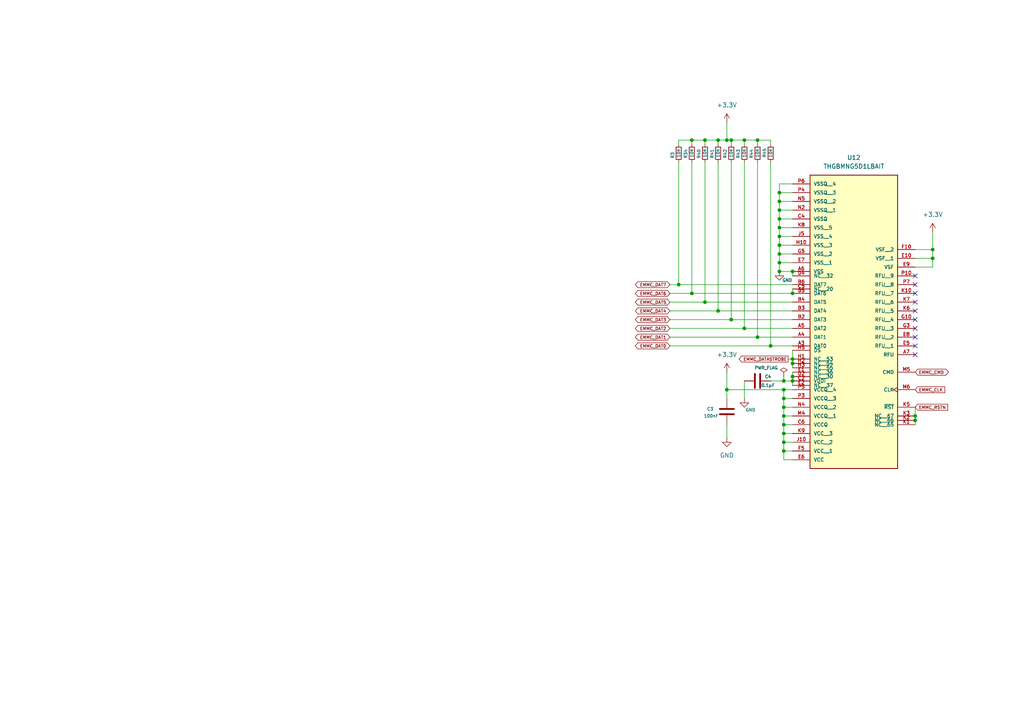
<source format=kicad_sch>
(kicad_sch (version 20250114) (generator "eeschema") (generator_version "9.0")
  (paper "A4")
  (lib_symbols
    (symbol "Device:C" (pin_numbers (hide yes)) (pin_names (offset 0.254))
      (property "Reference" "C" (at 0.635 2.54 0))
      (property "Value" "C" (at 0.635 -2.54 0))
      (symbol "C_0_1"
        (polyline (pts (xy -2.032 0.762) (xy 2.032 0.762)) (stroke (width 0.508)))
        (polyline (pts (xy -2.032 -0.762) (xy 2.032 -0.762)) (stroke (width 0.508)))
      )
      (symbol "C_1_1"
        (pin passive line (at 0 3.81 270) (length 2.794) (name "~") (number "1"))
        (pin passive line (at 0 -3.81 90) (length 2.794) (name "~") (number "2"))
      )
    )
    (symbol "Device:R_Small" (pin_numbers (hide yes)) (pin_names (offset 0.254) (hide yes))
      (property "Reference" "R" (at 0.762 0.508 0))
      (property "Value" "R_Small" (at 0.762 -1.016 0))
      (symbol "R_Small_0_1"
        (rectangle (start -0.762 1.778) (end 0.762 -1.778) (stroke (width 0.2032)))
      )
      (symbol "R_Small_1_1"
        (pin passive line (at 0 2.54 270) (length 0.762) (name "~") (number "1"))
        (pin passive line (at 0 -2.54 90) (length 0.762) (name "~") (number "2"))
      )
    )
    (symbol "EMMC:THGBMNG5D1LBAIT" (pin_names (offset 1.016))
      (property "Reference" "U12" (at 0 -35.56 0))
      (property "Value" "THGBMNG5D1LBAIT" (at 0 -33.02 0))
      (symbol "THGBMNG5D1LBAIT_0_0"
        (rectangle (start -12.7 54.61) (end 12.7 -30.48) (stroke (width 0.254)) (fill (type background)))
        (pin input line (at -17.78 36.83 0) (length 5.08) (name "~{RST}") (number "K5"))
        (pin input clock (at -17.78 31.75 0) (length 5.08) (name "CLK") (number "M6"))
        (pin bidirectional line (at -17.78 26.67 0) (length 5.08) (name "CMD") (number "M5"))
        (pin passive line (at -17.78 21.59 0) (length 5.08) (name "RFU") (number "A7"))
        (pin passive line (at -17.78 19.05 0) (length 5.08) (name "RFU__1") (number "E5"))
        (pin passive line (at -17.78 16.51 0) (length 5.08) (name "RFU__2") (number "E8"))
        (pin passive line (at -17.78 13.97 0) (length 5.08) (name "RFU__3") (number "G3"))
        (pin passive line (at -17.78 11.43 0) (length 5.08) (name "RFU__4") (number "G10"))
        (pin passive line (at -17.78 8.89 0) (length 5.08) (name "RFU__5") (number "K6"))
        (pin passive line (at -17.78 6.35 0) (length 5.08) (name "RFU__6") (number "K7"))
        (pin passive line (at -17.78 3.81 0) (length 5.08) (name "RFU__7") (number "K10"))
        (pin passive line (at -17.78 1.27 0) (length 5.08) (name "RFU__8") (number "P7"))
        (pin passive line (at -17.78 -1.27 0) (length 5.08) (name "RFU__9") (number "P10"))
        (pin passive line (at -17.78 -3.81 0) (length 5.08) (name "VSF") (number "E9"))
        (pin passive line (at -17.78 -6.35 0) (length 5.08) (name "VSF__1") (number "E10"))
        (pin passive line (at -17.78 -8.89 0) (length 5.08) (name "VSF__2") (number "F10"))
        (pin power_in line (at 17.78 52.07 180) (length 5.08) (name "VCC") (number "E6"))
        (pin power_in line (at 17.78 49.53 180) (length 5.08) (name "VCC__1") (number "F5"))
        (pin power_in line (at 17.78 46.99 180) (length 5.08) (name "VCC__2") (number "J10"))
        (pin power_in line (at 17.78 44.45 180) (length 5.08) (name "VCC__3") (number "K9"))
        (pin power_in line (at 17.78 41.91 180) (length 5.08) (name "VCCQ") (number "C6"))
        (pin power_in line (at 17.78 39.37 180) (length 5.08) (name "VCCQ__1") (number "M4"))
        (pin power_in line (at 17.78 36.83 180) (length 5.08) (name "VCCQ__2") (number "N4"))
        (pin power_in line (at 17.78 34.29 180) (length 5.08) (name "VCCQ__3") (number "P3"))
        (pin power_in line (at 17.78 31.75 180) (length 5.08) (name "VCCQ__4") (number "P5"))
        (pin unspecified line (at 17.78 30.48 180) (length 5.08) (name "NC__37") (number "E2"))
        (pin power_in line (at 17.78 29.21 180) (length 5.08) (name "VDDI") (number "C2"))
        (pin unspecified line (at 17.78 26.67 180) (length 5.08) (name "NC__36") (number "E1"))
        (pin output line (at 17.78 20.32 180) (length 5.08) (name "DS") (number "H5"))
        (pin bidirectional line (at 17.78 19.05 180) (length 5.08) (name "DAT0") (number "A3"))
        (pin bidirectional line (at 17.78 16.51 180) (length 5.08) (name "DAT1") (number "A4"))
        (pin bidirectional line (at 17.78 13.97 180) (length 5.08) (name "DAT2") (number "A5"))
        (pin bidirectional line (at 17.78 11.43 180) (length 5.08) (name "DAT3") (number "B2"))
        (pin bidirectional line (at 17.78 8.89 180) (length 5.08) (name "DAT4") (number "B3"))
        (pin bidirectional line (at 17.78 6.35 180) (length 5.08) (name "DAT5") (number "B4"))
        (pin bidirectional line (at 17.78 3.81 180) (length 5.08) (name "DAT6") (number "B5"))
        (pin bidirectional line (at 17.78 1.27 180) (length 5.08) (name "DAT7") (number "B6"))
        (pin power_in line (at 17.78 -2.54 180) (length 5.08) (name "VSS") (number "A6"))
        (pin power_in line (at 17.78 -5.08 180) (length 5.08) (name "VSS__1") (number "E7"))
        (pin power_in line (at 17.78 -7.62 180) (length 5.08) (name "VSS__2") (number "G5"))
        (pin power_in line (at 17.78 -10.16 180) (length 5.08) (name "VSS__3") (number "H10"))
        (pin power_in line (at 17.78 -12.7 180) (length 5.08) (name "VSS__4") (number "J5"))
        (pin power_in line (at 17.78 -15.24 180) (length 5.08) (name "VSS__5") (number "K8"))
        (pin power_in line (at 17.78 -17.78 180) (length 5.08) (name "VSSQ") (number "C4"))
        (pin power_in line (at 17.78 -20.32 180) (length 5.08) (name "VSSQ__1") (number "N2"))
        (pin power_in line (at 17.78 -22.86 180) (length 5.08) (name "VSSQ__2") (number "N5"))
        (pin power_in line (at 17.78 -25.4 180) (length 5.08) (name "VSSQ__3") (number "P4"))
        (pin power_in line (at 17.78 -27.94 180) (length 5.08) (name "VSSQ__4") (number "P6"))
        (pin no_connect line (at 17.78 -33.02 180) (length 5.08) (hide yes) (name "NC") (number "A1"))
        (pin no_connect line (at 17.78 -35.56 180) (length 5.08) (hide yes) (name "NC__1") (number "A2"))
        (pin no_connect line (at 17.78 -38.1 180) (length 5.08) (hide yes) (name "NC__2") (number "A8"))
        (pin no_connect line (at 17.78 -40.64 180) (length 5.08) (hide yes) (name "NC__3") (number "A9"))
        (pin no_connect line (at 17.78 -43.18 180) (length 5.08) (hide yes) (name "NC__4") (number "A10"))
        (pin no_connect line (at 17.78 -45.72 180) (length 5.08) (hide yes) (name "NC__5") (number "A11"))
        (pin no_connect line (at 17.78 -48.26 180) (length 5.08) (hide yes) (name "NC__6") (number "A12"))
        (pin no_connect line (at 17.78 -50.8 180) (length 5.08) (hide yes) (name "NC__7") (number "A13"))
        (pin no_connect line (at 17.78 -53.34 180) (length 5.08) (hide yes) (name "NC__8") (number "A14"))
        (pin no_connect line (at 17.78 -55.88 180) (length 5.08) (hide yes) (name "NC__9") (number "B1"))
        (pin no_connect line (at 17.78 -58.42 180) (length 5.08) (hide yes) (name "NC__10") (number "B7"))
        (pin no_connect line (at 17.78 -60.96 180) (length 5.08) (hide yes) (name "NC__11") (number "B8"))
        (pin no_connect line (at 17.78 -63.5 180) (length 5.08) (hide yes) (name "NC__12") (number "B9"))
        (pin no_connect line (at 17.78 -66.04 180) (length 5.08) (hide yes) (name "NC__13") (number "B10"))
        (pin no_connect line (at 17.78 -68.58 180) (length 5.08) (hide yes) (name "NC__14") (number "B11"))
        (pin no_connect line (at 17.78 -71.12 180) (length 5.08) (hide yes) (name "NC__15") (number "B12"))
        (pin no_connect line (at 17.78 -73.66 180) (length 5.08) (hide yes) (name "NC__16") (number "B13"))
        (pin no_connect line (at 17.78 -76.2 180) (length 5.08) (hide yes) (name "NC__17") (number "B14"))
        (pin no_connect line (at 17.78 -78.74 180) (length 5.08) (hide yes) (name "NC__18") (number "C1"))
        (pin no_connect line (at 17.78 -81.28 180) (length 5.08) (hide yes) (name "NC__19") (number "C3"))
        (pin no_connect line (at 17.78 -86.36 180) (length 5.08) (hide yes) (name "NC__21") (number "C7"))
        (pin no_connect line (at 17.78 -88.9 180) (length 5.08) (hide yes) (name "NC__22") (number "C8"))
        (pin no_connect line (at 17.78 -91.44 180) (length 5.08) (hide yes) (name "NC__23") (number "C9"))
        (pin no_connect line (at 17.78 -93.98 180) (length 5.08) (hide yes) (name "NC__24") (number "C10"))
        (pin no_connect line (at 17.78 -96.52 180) (length 5.08) (hide yes) (name "NC__25") (number "C11"))
        (pin no_connect line (at 17.78 -99.06 180) (length 5.08) (hide yes) (name "NC__26") (number "C12"))
        (pin no_connect line (at 17.78 -101.6 180) (length 5.08) (hide yes) (name "NC__27") (number "C13"))
        (pin no_connect line (at 17.78 -104.14 180) (length 5.08) (hide yes) (name "NC__28") (number "C14"))
        (pin no_connect line (at 17.78 -106.68 180) (length 5.08) (hide yes) (name "NC__29") (number "D1"))
        (pin no_connect line (at 17.78 -111.76 180) (length 5.08) (hide yes) (name "NC__31") (number "D3"))
        (pin no_connect line (at 17.78 -116.84 180) (length 5.08) (hide yes) (name "NC__33") (number "D12"))
        (pin no_connect line (at 17.78 -119.38 180) (length 5.08) (hide yes) (name "NC__34") (number "D13"))
        (pin no_connect line (at 17.78 -121.92 180) (length 5.08) (hide yes) (name "NC__35") (number "D14"))
        (pin no_connect line (at 17.78 -129.54 180) (length 5.08) (hide yes) (name "NC__38") (number "E3"))
        (pin no_connect line (at 17.78 -132.08 180) (length 5.08) (hide yes) (name "NC__39") (number "E12"))
        (pin no_connect line (at 17.78 -134.62 180) (length 5.08) (hide yes) (name "NC__40") (number "E13"))
        (pin no_connect line (at 17.78 -137.16 180) (length 5.08) (hide yes) (name "NC__41") (number "E14"))
        (pin no_connect line (at 17.78 -139.7 180) (length 5.08) (hide yes) (name "NC__42") (number "F1"))
        (pin no_connect line (at 17.78 -142.24 180) (length 5.08) (hide yes) (name "NC__43") (number "F2"))
        (pin no_connect line (at 17.78 -144.78 180) (length 5.08) (hide yes) (name "NC__44") (number "F3"))
        (pin no_connect line (at 17.78 -147.32 180) (length 5.08) (hide yes) (name "NC__45") (number "F12"))
        (pin no_connect line (at 17.78 -149.86 180) (length 5.08) (hide yes) (name "NC__46") (number "F13"))
        (pin no_connect line (at 17.78 -152.4 180) (length 5.08) (hide yes) (name "NC__47") (number "F14"))
        (pin no_connect line (at 17.78 -154.94 180) (length 5.08) (hide yes) (name "NC__48") (number "G1"))
        (pin no_connect line (at 17.78 -157.48 180) (length 5.08) (hide yes) (name "NC__49") (number "G2"))
        (pin no_connect line (at 17.78 -160.02 180) (length 5.08) (hide yes) (name "NC__50") (number "G12"))
        (pin no_connect line (at 17.78 -162.56 180) (length 5.08) (hide yes) (name "NC__51") (number "G13"))
        (pin no_connect line (at 17.78 -165.1 180) (length 5.08) (hide yes) (name "NC__52") (number "G14"))
        (pin no_connect line (at 17.78 -175.26 180) (length 5.08) (hide yes) (name "NC__56") (number "H12"))
        (pin no_connect line (at 17.78 -177.8 180) (length 5.08) (hide yes) (name "NC__57") (number "H13"))
        (pin no_connect line (at 17.78 -180.34 180) (length 5.08) (hide yes) (name "NC__58") (number "H14"))
        (pin no_connect line (at 17.78 -182.88 180) (length 5.08) (hide yes) (name "NC__59") (number "J1"))
        (pin no_connect line (at 17.78 -185.42 180) (length 5.08) (hide yes) (name "NC__60") (number "J2"))
        (pin no_connect line (at 17.78 -187.96 180) (length 5.08) (hide yes) (name "NC__61") (number "J3"))
        (pin no_connect line (at 17.78 -190.5 180) (length 5.08) (hide yes) (name "NC__62") (number "J12"))
        (pin no_connect line (at 17.78 -193.04 180) (length 5.08) (hide yes) (name "NC__63") (number "J13"))
        (pin no_connect line (at 17.78 -195.58 180) (length 5.08) (hide yes) (name "NC__64") (number "J14"))
        (pin no_connect line (at 17.78 -205.74 180) (length 5.08) (hide yes) (name "NC__68") (number "K12"))
        (pin no_connect line (at 17.78 -208.28 180) (length 5.08) (hide yes) (name "NC__69") (number "K13"))
        (pin no_connect line (at 17.78 -210.82 180) (length 5.08) (hide yes) (name "NC__70") (number "K14"))
        (pin no_connect line (at 17.78 -213.36 180) (length 5.08) (hide yes) (name "NC__71") (number "L1"))
        (pin no_connect line (at 17.78 -215.9 180) (length 5.08) (hide yes) (name "NC__72") (number "L2"))
        (pin no_connect line (at 17.78 -218.44 180) (length 5.08) (hide yes) (name "NC__73") (number "L3"))
        (pin no_connect line (at 17.78 -220.98 180) (length 5.08) (hide yes) (name "NC__74") (number "L12"))
        (pin no_connect line (at 17.78 -223.52 180) (length 5.08) (hide yes) (name "NC__75") (number "L13"))
        (pin no_connect line (at 17.78 -226.06 180) (length 5.08) (hide yes) (name "NC__76") (number "L14"))
        (pin no_connect line (at 17.78 -228.6 180) (length 5.08) (hide yes) (name "NC__77") (number "M1"))
        (pin no_connect line (at 17.78 -231.14 180) (length 5.08) (hide yes) (name "NC__78") (number "M2"))
        (pin no_connect line (at 17.78 -233.68 180) (length 5.08) (hide yes) (name "NC__79") (number "M3"))
        (pin no_connect line (at 17.78 -236.22 180) (length 5.08) (hide yes) (name "NC__80") (number "M7"))
        (pin no_connect line (at 17.78 -238.76 180) (length 5.08) (hide yes) (name "NC__81") (number "M8"))
        (pin no_connect line (at 17.78 -241.3 180) (length 5.08) (hide yes) (name "NC__82") (number "M9"))
        (pin no_connect line (at 17.78 -243.84 180) (length 5.08) (hide yes) (name "NC__83") (number "M10"))
        (pin no_connect line (at 17.78 -246.38 180) (length 5.08) (hide yes) (name "NC__84") (number "M11"))
        (pin no_connect line (at 17.78 -248.92 180) (length 5.08) (hide yes) (name "NC__85") (number "M12"))
        (pin no_connect line (at 17.78 -251.46 180) (length 5.08) (hide yes) (name "NC__86") (number "M13"))
        (pin no_connect line (at 17.78 -254 180) (length 5.08) (hide yes) (name "NC__87") (number "M14"))
        (pin no_connect line (at 17.78 -256.54 180) (length 5.08) (hide yes) (name "NC__88") (number "N1"))
        (pin no_connect line (at 17.78 -259.08 180) (length 5.08) (hide yes) (name "NC__89") (number "N3"))
        (pin no_connect line (at 17.78 -261.62 180) (length 5.08) (hide yes) (name "NC__90") (number "N6"))
        (pin no_connect line (at 17.78 -264.16 180) (length 5.08) (hide yes) (name "NC__91") (number "N7"))
        (pin no_connect line (at 17.78 -266.7 180) (length 5.08) (hide yes) (name "NC__92") (number "N8"))
        (pin no_connect line (at 17.78 -269.24 180) (length 5.08) (hide yes) (name "NC__93") (number "N9"))
        (pin no_connect line (at 17.78 -271.78 180) (length 5.08) (hide yes) (name "NC__94") (number "N10"))
        (pin no_connect line (at 17.78 -274.32 180) (length 5.08) (hide yes) (name "NC__95") (number "N11"))
        (pin no_connect line (at 17.78 -276.86 180) (length 5.08) (hide yes) (name "NC__96") (number "N12"))
        (pin no_connect line (at 17.78 -279.4 180) (length 5.08) (hide yes) (name "NC__97") (number "N13"))
        (pin no_connect line (at 17.78 -281.94 180) (length 5.08) (hide yes) (name "NC__98") (number "N14"))
        (pin no_connect line (at 17.78 -284.48 180) (length 5.08) (hide yes) (name "NC__99") (number "P1"))
        (pin no_connect line (at 17.78 -287.02 180) (length 5.08) (hide yes) (name "NC__100") (number "P2"))
        (pin no_connect line (at 17.78 -289.56 180) (length 5.08) (hide yes) (name "NC__101") (number "P8"))
        (pin no_connect line (at 17.78 -292.1 180) (length 5.08) (hide yes) (name "NC__102") (number "P9"))
        (pin no_connect line (at 17.78 -294.64 180) (length 5.08) (hide yes) (name "NC__103") (number "P11"))
        (pin no_connect line (at 17.78 -297.18 180) (length 5.08) (hide yes) (name "NC__104") (number "P12"))
        (pin no_connect line (at 17.78 -299.72 180) (length 5.08) (hide yes) (name "NC__105") (number "P13"))
        (pin no_connect line (at 17.78 -302.26 180) (length 5.08) (hide yes) (name "NC__106") (number "P14"))
      )
      (symbol "THGBMNG5D1LBAIT_1_0"
        (pin unspecified line (at -17.78 41.91 0) (length 5.08) (name "NC__65") (number "K1"))
        (pin unspecified line (at -17.78 40.64 0) (length 5.08) (name "NC__66") (number "K2"))
        (pin unspecified line (at -17.78 39.37 0) (length 5.08) (name "NC__67") (number "K3"))
        (pin unspecified line (at 17.78 27.94 180) (length 5.08) (name "NC__30") (number "D2"))
        (pin unspecified line (at 17.78 25.4 180) (length 5.08) (name "NC__55") (number "H3"))
        (pin unspecified line (at 17.78 24.13 180) (length 5.08) (name "NC__54") (number "H2"))
        (pin unspecified line (at 17.78 22.86 180) (length 5.08) (name "NC__53") (number "H1"))
        (pin unspecified line (at 17.78 2.54 180) (length 5.08) (name "NC__20") (number "C5"))
        (pin unspecified line (at 17.78 -1.27 180) (length 5.08) (name "NC__32") (number "D4"))
      )
    )
    (symbol "power:+3.3V" (power) (pin_numbers (hide yes)) (pin_names (offset 0) (hide yes))
      (property "Value" "+3.3V" (at 0 3.556 0))
      (symbol "+3.3V_0_1"
        (polyline (pts (xy -0.762 1.27) (xy 0 2.54)))
        (polyline (pts (xy 0 2.54) (xy 0.762 1.27)))
        (polyline (pts (xy 0 0) (xy 0 2.54)))
      )
      (symbol "+3.3V_1_1"
        (pin power_in line (at 0 0 90) (length 0) (name "~") (number "1"))
      )
    )
    (symbol "power:GND" (power) (pin_numbers (hide yes)) (pin_names (offset 0) (hide yes))
      (property "Value" "GND" (at 0 -3.81 0))
      (symbol "GND_0_1"
        (polyline (pts (xy 0 0) (xy 0 -1.27) (xy 1.27 -1.27) (xy 0 -2.54) (xy -1.27 -1.27) (xy 0 -1.27)))
      )
      (symbol "GND_1_1"
        (pin power_in line (at 0 0 270) (length 0) (name "~") (number "1"))
      )
    )
    (symbol "power:PWR_FLAG" (power) (pin_numbers (hide yes)) (pin_names (offset 0) (hide yes))
      (property "Value" "PWR_FLAG" (at 0 3.81 0))
      (symbol "PWR_FLAG_0_0"
        (pin power_out line (at 0 0 90) (length 0) (name "~") (number "1"))
      )
      (symbol "PWR_FLAG_0_1"
        (polyline (pts (xy 0 0) (xy 0 1.27) (xy -1.016 1.905) (xy 0 2.54) (xy 1.016 1.905) (xy 0 1.27)))
      )
    )
  )
  (junction (at 210.82 113.03))
  (junction (at 226.06 71.12))
  (junction (at 208.28 90.17))
  (junction (at 227.33 125.73))
  (junction (at 212.09 40.64))
  (junction (at 270.51 74.93))
  (junction (at 226.06 66.04))
  (junction (at 200.66 40.64))
  (junction (at 229.87 78.74))
  (junction (at 227.33 113.03))
  (junction (at 226.06 58.42))
  (junction (at 204.47 87.63))
  (junction (at 227.33 118.11))
  (junction (at 227.33 130.81))
  (junction (at 265.43 121.92))
  (junction (at 226.06 68.58))
  (junction (at 219.71 97.79))
  (junction (at 212.09 92.71))
  (junction (at 227.33 120.65))
  (junction (at 226.06 60.96))
  (junction (at 226.06 63.5))
  (junction (at 227.33 115.57))
  (junction (at 227.33 128.27))
  (junction (at 204.47 40.64))
  (junction (at 215.9 40.64))
  (junction (at 196.85 82.55))
  (junction (at 200.66 85.09))
  (junction (at 229.87 110.49))
  (junction (at 210.82 40.64))
  (junction (at 270.51 72.39))
  (junction (at 226.06 76.2))
  (junction (at 227.33 110.49))
  (junction (at 226.06 73.66))
  (junction (at 223.52 100.33))
  (junction (at 229.87 85.09))
  (junction (at 265.43 120.65))
  (junction (at 229.87 105.41))
  (junction (at 226.06 55.88))
  (junction (at 229.87 104.14))
  (junction (at 227.33 123.19))
  (junction (at 215.9 95.25))
  (junction (at 229.87 109.22))
  (junction (at 219.71 40.64))
  (junction (at 208.28 40.64))
  (junction (at 226.06 78.74))
  (no_connect (at 265.43 97.79))
  (no_connect (at 265.43 80.01))
  (no_connect (at 265.43 82.55))
  (no_connect (at 265.43 102.87))
  (no_connect (at 265.43 85.09))
  (no_connect (at 265.43 87.63))
  (no_connect (at 265.43 95.25))
  (no_connect (at 265.43 90.17))
  (no_connect (at 265.43 92.71))
  (no_connect (at 265.43 100.33))
  (wire (pts (xy 204.47 40.64) (xy 208.28 40.64)))
  (wire (pts (xy 215.9 110.49) (xy 215.9 115.57)))
  (wire (pts (xy 226.06 63.5) (xy 229.87 63.5)))
  (wire (pts (xy 227.33 123.19) (xy 227.33 120.65)))
  (wire (pts (xy 226.06 53.34) (xy 226.06 55.88)))
  (wire (pts (xy 270.51 72.39) (xy 265.43 72.39)))
  (wire (pts (xy 229.87 115.57) (xy 227.33 115.57)))
  (wire (pts (xy 212.09 46.99) (xy 212.09 92.71)))
  (wire (pts (xy 226.06 66.04) (xy 229.87 66.04)))
  (wire (pts (xy 265.43 77.47) (xy 270.51 77.47)))
  (wire (pts (xy 219.71 40.64) (xy 219.71 41.91)))
  (wire (pts (xy 204.47 46.99) (xy 204.47 87.63)))
  (wire (pts (xy 212.09 40.64) (xy 210.82 40.64)))
  (wire (pts (xy 196.85 40.64) (xy 200.66 40.64)))
  (wire (pts (xy 226.06 60.96) (xy 229.87 60.96)))
  (wire (pts (xy 265.43 120.65) (xy 265.43 121.92)))
  (wire (pts (xy 226.06 60.96) (xy 226.06 63.5)))
  (wire (pts (xy 226.06 73.66) (xy 229.87 73.66)))
  (wire (pts (xy 212.09 92.71) (xy 229.87 92.71)))
  (wire (pts (xy 226.06 71.12) (xy 229.87 71.12)))
  (wire (pts (xy 229.87 101.6) (xy 229.87 104.14)))
  (wire (pts (xy 223.52 110.49) (xy 227.33 110.49)))
  (wire (pts (xy 226.06 66.04) (xy 226.06 68.58)))
  (wire (pts (xy 196.85 82.55) (xy 229.87 82.55)))
  (wire (pts (xy 208.28 46.99) (xy 208.28 90.17)))
  (wire (pts (xy 219.71 97.79) (xy 229.87 97.79)))
  (wire (pts (xy 210.82 107.95) (xy 210.82 113.03)))
  (wire (pts (xy 226.06 55.88) (xy 229.87 55.88)))
  (wire (pts (xy 229.87 109.22) (xy 229.87 110.49)))
  (wire (pts (xy 265.43 74.93) (xy 270.51 74.93)))
  (wire (pts (xy 227.33 110.49) (xy 229.87 110.49)))
  (wire (pts (xy 226.06 63.5) (xy 226.06 66.04)))
  (wire (pts (xy 212.09 41.91) (xy 212.09 40.64)))
  (wire (pts (xy 229.87 53.34) (xy 226.06 53.34)))
  (wire (pts (xy 227.33 120.65) (xy 227.33 118.11)))
  (wire (pts (xy 229.87 128.27) (xy 227.33 128.27)))
  (wire (pts (xy 208.28 41.91) (xy 208.28 40.64)))
  (wire (pts (xy 228.6 104.14) (xy 229.87 104.14)))
  (wire (pts (xy 194.31 95.25) (xy 215.9 95.25)))
  (wire (pts (xy 227.33 113.03) (xy 229.87 113.03)))
  (wire (pts (xy 223.52 46.99) (xy 223.52 100.33)))
  (wire (pts (xy 204.47 41.91) (xy 204.47 40.64)))
  (wire (pts (xy 270.51 67.31) (xy 270.51 72.39)))
  (wire (pts (xy 219.71 40.64) (xy 215.9 40.64)))
  (wire (pts (xy 227.33 118.11) (xy 227.33 115.57)))
  (wire (pts (xy 215.9 40.64) (xy 212.09 40.64)))
  (wire (pts (xy 223.52 100.33) (xy 229.87 100.33)))
  (wire (pts (xy 200.66 40.64) (xy 200.66 41.91)))
  (wire (pts (xy 229.87 78.74) (xy 229.87 80.01)))
  (wire (pts (xy 227.33 125.73) (xy 227.33 123.19)))
  (wire (pts (xy 265.43 118.11) (xy 265.43 120.65)))
  (wire (pts (xy 215.9 95.25) (xy 229.87 95.25)))
  (wire (pts (xy 226.06 55.88) (xy 226.06 58.42)))
  (wire (pts (xy 229.87 123.19) (xy 227.33 123.19)))
  (wire (pts (xy 194.31 82.55) (xy 196.85 82.55)))
  (wire (pts (xy 226.06 68.58) (xy 229.87 68.58)))
  (wire (pts (xy 208.28 90.17) (xy 229.87 90.17)))
  (wire (pts (xy 210.82 113.03) (xy 227.33 113.03)))
  (wire (pts (xy 194.31 85.09) (xy 200.66 85.09)))
  (wire (pts (xy 194.31 97.79) (xy 219.71 97.79)))
  (wire (pts (xy 229.87 104.14) (xy 229.87 105.41)))
  (wire (pts (xy 226.06 71.12) (xy 226.06 73.66)))
  (wire (pts (xy 227.33 130.81) (xy 227.33 128.27)))
  (wire (pts (xy 223.52 40.64) (xy 219.71 40.64)))
  (wire (pts (xy 229.87 133.35) (xy 227.33 133.35)))
  (wire (pts (xy 265.43 121.92) (xy 265.43 123.19)))
  (wire (pts (xy 210.82 35.56) (xy 210.82 40.64)))
  (wire (pts (xy 270.51 77.47) (xy 270.51 74.93)))
  (wire (pts (xy 204.47 87.63) (xy 229.87 87.63)))
  (wire (pts (xy 196.85 46.99) (xy 196.85 82.55)))
  (wire (pts (xy 229.87 120.65) (xy 227.33 120.65)))
  (wire (pts (xy 229.87 105.41) (xy 229.87 106.68)))
  (wire (pts (xy 200.66 46.99) (xy 200.66 85.09)))
  (wire (pts (xy 227.33 115.57) (xy 227.33 113.03)))
  (wire (pts (xy 227.33 109.22) (xy 227.33 110.49)))
  (wire (pts (xy 270.51 74.93) (xy 270.51 72.39)))
  (wire (pts (xy 215.9 46.99) (xy 215.9 95.25)))
  (wire (pts (xy 196.85 41.91) (xy 196.85 40.64)))
  (wire (pts (xy 204.47 40.64) (xy 200.66 40.64)))
  (wire (pts (xy 219.71 46.99) (xy 219.71 97.79)))
  (wire (pts (xy 200.66 85.09) (xy 229.87 85.09)))
  (wire (pts (xy 227.33 133.35) (xy 227.33 130.81)))
  (wire (pts (xy 210.82 123.19) (xy 210.82 127)))
  (wire (pts (xy 229.87 118.11) (xy 227.33 118.11)))
  (wire (pts (xy 226.06 68.58) (xy 226.06 71.12)))
  (wire (pts (xy 229.87 76.2) (xy 226.06 76.2)))
  (wire (pts (xy 229.87 125.73) (xy 227.33 125.73)))
  (wire (pts (xy 210.82 113.03) (xy 210.82 115.57)))
  (wire (pts (xy 210.82 40.64) (xy 208.28 40.64)))
  (wire (pts (xy 226.06 58.42) (xy 229.87 58.42)))
  (wire (pts (xy 194.31 92.71) (xy 212.09 92.71)))
  (wire (pts (xy 226.06 76.2) (xy 226.06 78.74)))
  (wire (pts (xy 226.06 58.42) (xy 226.06 60.96)))
  (wire (pts (xy 223.52 41.91) (xy 223.52 40.64)))
  (wire (pts (xy 229.87 107.95) (xy 229.87 109.22)))
  (wire (pts (xy 229.87 130.81) (xy 227.33 130.81)))
  (wire (pts (xy 226.06 78.74) (xy 229.87 78.74)))
  (wire (pts (xy 194.31 90.17) (xy 208.28 90.17)))
  (wire (pts (xy 194.31 87.63) (xy 204.47 87.63)))
  (wire (pts (xy 194.31 100.33) (xy 223.52 100.33)))
  (wire (pts (xy 226.06 73.66) (xy 226.06 76.2)))
  (wire (pts (xy 229.87 83.82) (xy 229.87 85.09)))
  (wire (pts (xy 215.9 40.64) (xy 215.9 41.91)))
  (wire (pts (xy 229.87 110.49) (xy 229.87 111.76)))
  (wire (pts (xy 227.33 128.27) (xy 227.33 125.73)))
  (global_label "EMMC_DAT0" (shape bidirectional) (at 194.31 100.33 180) (effects (font (size 0.889 0.889))) (property "Intersheetrefs" "${INTERSHEET_REFS}" (effects (hide yes))))
  (global_label "EMMC_DAT2" (shape bidirectional) (at 194.31 95.25 180) (effects (font (size 0.889 0.889))) (property "Intersheetrefs" "${INTERSHEET_REFS}" (effects (hide yes))))
  (global_label "EMMC_DAT5" (shape bidirectional) (at 194.31 87.63 180) (effects (font (size 0.889 0.889))) (property "Intersheetrefs" "${INTERSHEET_REFS}" (effects (hide yes))))
  (global_label "EMMC_DAT1" (shape bidirectional) (at 194.31 97.79 180) (effects (font (size 0.889 0.889))) (property "Intersheetrefs" "${INTERSHEET_REFS}" (effects (hide yes))))
  (global_label "EMMC_DAT3" (shape bidirectional) (at 194.31 92.71 180) (effects (font (size 0.889 0.889))) (property "Intersheetrefs" "${INTERSHEET_REFS}" (effects (hide yes))))
  (global_label "EMMC_DATASTROBE" (shape output) (at 228.6 104.14 180) (effects (font (size 0.889 0.889))) (property "Intersheetrefs" "${INTERSHEET_REFS}" (effects (hide yes))))
  (global_label "EMMC_CMD" (shape bidirectional) (at 265.43 107.95 0) (effects (font (size 0.889 0.889))) (property "Intersheetrefs" "${INTERSHEET_REFS}" (effects (hide yes))))
  (global_label "EMMC_CLK" (shape input) (at 265.43 113.03 0) (effects (font (size 0.889 0.889))) (property "Intersheetrefs" "${INTERSHEET_REFS}" (effects (hide yes))))
  (global_label "EMMC_RSTN" (shape input) (at 265.43 118.11 0) (effects (font (size 0.889 0.889))) (property "Intersheetrefs" "${INTERSHEET_REFS}" (effects (hide yes))))
  (global_label "EMMC_DAT6" (shape bidirectional) (at 194.31 85.09 180) (effects (font (size 0.889 0.889))) (property "Intersheetrefs" "${INTERSHEET_REFS}" (effects (hide yes))))
  (global_label "EMMC_DAT4" (shape bidirectional) (at 194.31 90.17 180) (effects (font (size 0.889 0.889))) (property "Intersheetrefs" "${INTERSHEET_REFS}" (effects (hide yes))))
  (global_label "EMMC_DAT7" (shape bidirectional) (at 194.31 82.55 180) (effects (font (size 0.889 0.889))) (property "Intersheetrefs" "${INTERSHEET_REFS}" (effects (hide yes))))
  (symbol (lib_id "power:+3.3V") (at 210.82 107.95 0) (unit 1)
    (property "Reference" "#PWR02" (effects (hide yes)))
    (property "Value" "+3.3V" (at 210.82 102.87 0))
    (property "Description" "Power symbol creates a global label with name \"+3.3V\"" (effects (hide yes)))
  )
  (symbol (lib_id "power:+3.3V") (at 210.82 35.56 0) (unit 1)
    (property "Reference" "#PWR010" (effects (hide yes)))
    (property "Value" "+3.3V" (at 210.82 30.48 0))
    (property "Description" "Power symbol creates a global label with name \"+3.3V\"" (effects (hide yes)))
  )
  (symbol (lib_id "Device:C") (at 219.71 110.49 90) (unit 1)
    (property "Reference" "C4" (at 222.758 109.22 90) (effects (font (size 0.889 0.889))))
    (property "Value" "0.1µF" (at 222.758 111.76 90) (effects (font (size 0.889 0.889))))
    (property "Footprint" "Capacitor_SMD:C_0402_1005Metric_Pad0.74x0.62mm_HandSolder" (effects (hide yes)))
    (property "Description" "Unpolarized capacitor" (effects (hide yes)))
  )
  (symbol (lib_id "EMMC:THGBMNG5D1LBAIT") (at 247.65 81.28 180) (unit 1)
    (property "Reference" "U12" (at 247.65 45.72 0))
    (property "Value" "THGBMNG5D1LBAIT" (at 247.65 48.26 0))
    (property "Footprint" "EMMC:BGA153N50P14X14_1000X1100X80" (effects (hide yes)))
    (property "PARTREV" "1.0" (effects (hide yes)))
    (property "MANUFACTURER" "Toshiba" (effects (hide yes)))
    (property "MAXIMUM_PACKAGE_HEIGHT" "0.8 mm" (effects (hide yes)))
    (property "STANDARD" "IPC 7351B" (effects (hide yes)))
  )
  (symbol (lib_id "Device:R_Small") (at 204.47 44.45 0) (unit 1)
    (property "Reference" "R40" (at 202.692 45.974 90) (effects (font (size 0.889 0.889)) (justify left)))
    (property "Value" "10K" (at 204.4701 45.72 90) (effects (font (size 0.889 0.889)) (justify left)))
    (property "Footprint" "Resistor_SMD:R_0402_1005Metric" (effects (hide yes)))
    (property "Description" "Resistor, small symbol" (effects (hide yes)))
  )
  (symbol (lib_id "Device:R_Small") (at 208.28 44.45 0) (unit 1)
    (property "Reference" "R41" (at 206.502 45.974 90) (effects (font (size 0.889 0.889)) (justify left)))
    (property "Value" "10K" (at 208.2801 45.72 90) (effects (font (size 0.889 0.889)) (justify left)))
    (property "Footprint" "Resistor_SMD:R_0402_1005Metric" (effects (hide yes)))
    (property "Description" "Resistor, small symbol" (effects (hide yes)))
  )
  (symbol (lib_id "Device:R_Small") (at 223.52 44.45 0) (unit 1)
    (property "Reference" "R45" (at 221.742 45.72 90) (effects (font (size 0.889 0.889)) (justify left)))
    (property "Value" "10K" (at 223.5201 45.72 90) (effects (font (size 0.889 0.889)) (justify left)))
    (property "Footprint" "Resistor_SMD:R_0402_1005Metric" (effects (hide yes)))
    (property "Description" "Resistor, small symbol" (effects (hide yes)))
  )
  (symbol (lib_id "Device:R_Small") (at 196.85 44.45 0) (unit 1)
    (property "Reference" "R3" (at 195.072 45.974 90) (effects (font (size 0.889 0.889)) (justify left)))
    (property "Value" "10K" (at 196.8501 45.72 90) (effects (font (size 0.889 0.889)) (justify left)))
    (property "Footprint" "Resistor_SMD:R_0402_1005Metric" (effects (hide yes)))
    (property "Description" "Resistor, small symbol" (effects (hide yes)))
  )
  (symbol (lib_id "power:PWR_FLAG") (at 227.33 109.22 0) (unit 1)
    (property "Reference" "#FLG07" (effects (hide yes)))
    (property "Value" "PWR_FLAG" (at 222.25 106.68 0) (effects (font (size 0.889 0.889))))
    (property "Description" "Special symbol for telling ERC where power comes from" (effects (hide yes)))
  )
  (symbol (lib_id "Device:R_Small") (at 219.71 44.45 0) (unit 1)
    (property "Reference" "R44" (at 217.932 45.974 90) (effects (font (size 0.889 0.889)) (justify left)))
    (property "Value" "10K" (at 219.7101 45.72 90) (effects (font (size 0.889 0.889)) (justify left)))
    (property "Footprint" "Resistor_SMD:R_0402_1005Metric" (effects (hide yes)))
    (property "Description" "Resistor, small symbol" (effects (hide yes)))
  )
  (symbol (lib_id "Device:C") (at 210.82 119.38 0) (unit 1)
    (property "Reference" "C3" (at 205.994 118.618 0) (effects (font (size 0.889 0.889))))
    (property "Value" "100nF" (at 206.248 120.65 0) (effects (font (size 0.889 0.889))))
    (property "Footprint" "Capacitor_SMD:C_0402_1005Metric" (effects (hide yes)))
    (property "Description" "Unpolarized capacitor" (effects (hide yes)))
  )
  (symbol (lib_id "power:GND") (at 210.82 127 0) (unit 1)
    (property "Reference" "#PWR09" (effects (hide yes)))
    (property "Value" "GND" (at 210.82 132.08 0))
    (property "Description" "Power symbol creates a global label with name \"GND\" , ground" (effects (hide yes)))
  )
  (symbol (lib_id "Device:R_Small") (at 212.09 44.45 0) (unit 1)
    (property "Reference" "R42" (at 210.312 45.974 90) (effects (font (size 0.889 0.889)) (justify left)))
    (property "Value" "10K" (at 212.0901 45.72 90) (effects (font (size 0.889 0.889)) (justify left)))
    (property "Footprint" "Resistor_SMD:R_0402_1005Metric" (effects (hide yes)))
    (property "Description" "Resistor, small symbol" (effects (hide yes)))
  )
  (symbol (lib_id "Device:R_Small") (at 200.66 44.45 0) (unit 1)
    (property "Reference" "R34" (at 198.882 45.974 90) (effects (font (size 0.889 0.889)) (justify left)))
    (property "Value" "10K" (at 200.6601 45.72 90) (effects (font (size 0.889 0.889)) (justify left)))
    (property "Footprint" "Resistor_SMD:R_0402_1005Metric" (effects (hide yes)))
    (property "Description" "Resistor, small symbol" (effects (hide yes)))
  )
  (symbol (lib_id "power:+3.3V") (at 270.51 67.31 0) (unit 1)
    (property "Reference" "#PWR032" (effects (hide yes)))
    (property "Value" "+3.3V" (at 270.51 62.23 0))
    (property "Description" "Power symbol creates a global label with name \"+3.3V\"" (effects (hide yes)))
  )
  (symbol (lib_id "power:GND") (at 226.06 78.74 0) (unit 1)
    (property "Reference" "#PWR033" (effects (hide yes)))
    (property "Value" "GND" (at 228.346 81.28 0) (effects (font (size 0.889 0.889))))
    (property "Description" "Power symbol creates a global label with name \"GND\" , ground" (effects (hide yes)))
  )
  (symbol (lib_id "Device:R_Small") (at 215.9 44.45 0) (unit 1)
    (property "Reference" "R43" (at 214.122 45.974 90) (effects (font (size 0.889 0.889)) (justify left)))
    (property "Value" "10K" (at 215.9001 45.72 90) (effects (font (size 0.889 0.889)) (justify left)))
    (property "Footprint" "Resistor_SMD:R_0402_1005Metric" (effects (hide yes)))
    (property "Description" "Resistor, small symbol" (effects (hide yes)))
  )
  (symbol (lib_id "power:GND") (at 215.9 115.57 0) (unit 1)
    (property "Reference" "#PWR034" (effects (hide yes)))
    (property "Value" "GND" (at 217.678 118.872 0) (effects (font (size 0.889 0.889))))
    (property "Description" "Power symbol creates a global label with name \"GND\" , ground" (effects (hide yes)))
  )
)
</source>
